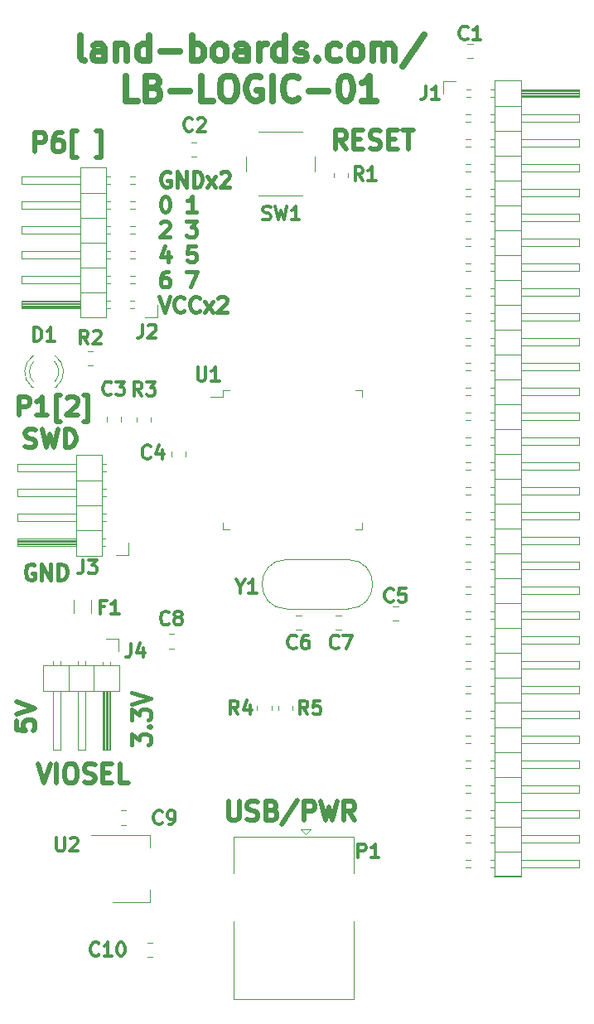
<source format=gto>
G04 #@! TF.GenerationSoftware,KiCad,Pcbnew,(6.0.1)*
G04 #@! TF.CreationDate,2022-09-17T15:02:50-04:00*
G04 #@! TF.ProjectId,LB-Logic-01,4c422d4c-6f67-4696-932d-30312e6b6963,1*
G04 #@! TF.SameCoordinates,Original*
G04 #@! TF.FileFunction,Legend,Top*
G04 #@! TF.FilePolarity,Positive*
%FSLAX46Y46*%
G04 Gerber Fmt 4.6, Leading zero omitted, Abs format (unit mm)*
G04 Created by KiCad (PCBNEW (6.0.1)) date 2022-09-17 15:02:50*
%MOMM*%
%LPD*%
G01*
G04 APERTURE LIST*
%ADD10C,0.476250*%
%ADD11C,0.635000*%
%ADD12C,0.396875*%
%ADD13C,0.444500*%
%ADD14C,0.349250*%
%ADD15C,0.120000*%
%ADD16C,0.150000*%
G04 APERTURE END LIST*
D10*
X133355442Y-90737871D02*
X133627585Y-90828585D01*
X134081157Y-90828585D01*
X134262585Y-90737871D01*
X134353300Y-90647157D01*
X134444014Y-90465728D01*
X134444014Y-90284300D01*
X134353300Y-90102871D01*
X134262585Y-90012157D01*
X134081157Y-89921442D01*
X133718300Y-89830728D01*
X133536871Y-89740014D01*
X133446157Y-89649300D01*
X133355442Y-89467871D01*
X133355442Y-89286442D01*
X133446157Y-89105014D01*
X133536871Y-89014300D01*
X133718300Y-88923585D01*
X134171871Y-88923585D01*
X134444014Y-89014300D01*
X135079014Y-88923585D02*
X135532585Y-90828585D01*
X135895442Y-89467871D01*
X136258300Y-90828585D01*
X136711871Y-88923585D01*
X137437585Y-90828585D02*
X137437585Y-88923585D01*
X137891157Y-88923585D01*
X138163300Y-89014300D01*
X138344728Y-89195728D01*
X138435442Y-89377157D01*
X138526157Y-89740014D01*
X138526157Y-90012157D01*
X138435442Y-90375014D01*
X138344728Y-90556442D01*
X138163300Y-90737871D01*
X137891157Y-90828585D01*
X137437585Y-90828585D01*
X134367133Y-60551785D02*
X134367133Y-58646785D01*
X135092848Y-58646785D01*
X135274276Y-58737500D01*
X135364991Y-58828214D01*
X135455705Y-59009642D01*
X135455705Y-59281785D01*
X135364991Y-59463214D01*
X135274276Y-59553928D01*
X135092848Y-59644642D01*
X134367133Y-59644642D01*
X137088562Y-58646785D02*
X136725705Y-58646785D01*
X136544276Y-58737500D01*
X136453562Y-58828214D01*
X136272133Y-59100357D01*
X136181419Y-59463214D01*
X136181419Y-60188928D01*
X136272133Y-60370357D01*
X136362848Y-60461071D01*
X136544276Y-60551785D01*
X136907133Y-60551785D01*
X137088562Y-60461071D01*
X137179276Y-60370357D01*
X137269991Y-60188928D01*
X137269991Y-59735357D01*
X137179276Y-59553928D01*
X137088562Y-59463214D01*
X136907133Y-59372500D01*
X136544276Y-59372500D01*
X136362848Y-59463214D01*
X136272133Y-59553928D01*
X136181419Y-59735357D01*
X138630705Y-61186785D02*
X138177133Y-61186785D01*
X138177133Y-58465357D01*
X138630705Y-58465357D01*
X140626419Y-61186785D02*
X141079991Y-61186785D01*
X141079991Y-58465357D01*
X140626419Y-58465357D01*
X154132642Y-126972785D02*
X154132642Y-128514928D01*
X154223357Y-128696357D01*
X154314071Y-128787071D01*
X154495500Y-128877785D01*
X154858357Y-128877785D01*
X155039785Y-128787071D01*
X155130500Y-128696357D01*
X155221214Y-128514928D01*
X155221214Y-126972785D01*
X156037642Y-128787071D02*
X156309785Y-128877785D01*
X156763357Y-128877785D01*
X156944785Y-128787071D01*
X157035500Y-128696357D01*
X157126214Y-128514928D01*
X157126214Y-128333500D01*
X157035500Y-128152071D01*
X156944785Y-128061357D01*
X156763357Y-127970642D01*
X156400500Y-127879928D01*
X156219071Y-127789214D01*
X156128357Y-127698500D01*
X156037642Y-127517071D01*
X156037642Y-127335642D01*
X156128357Y-127154214D01*
X156219071Y-127063500D01*
X156400500Y-126972785D01*
X156854071Y-126972785D01*
X157126214Y-127063500D01*
X158577642Y-127879928D02*
X158849785Y-127970642D01*
X158940500Y-128061357D01*
X159031214Y-128242785D01*
X159031214Y-128514928D01*
X158940500Y-128696357D01*
X158849785Y-128787071D01*
X158668357Y-128877785D01*
X157942642Y-128877785D01*
X157942642Y-126972785D01*
X158577642Y-126972785D01*
X158759071Y-127063500D01*
X158849785Y-127154214D01*
X158940500Y-127335642D01*
X158940500Y-127517071D01*
X158849785Y-127698500D01*
X158759071Y-127789214D01*
X158577642Y-127879928D01*
X157942642Y-127879928D01*
X161208357Y-126882071D02*
X159575500Y-129331357D01*
X161843357Y-128877785D02*
X161843357Y-126972785D01*
X162569071Y-126972785D01*
X162750500Y-127063500D01*
X162841214Y-127154214D01*
X162931928Y-127335642D01*
X162931928Y-127607785D01*
X162841214Y-127789214D01*
X162750500Y-127879928D01*
X162569071Y-127970642D01*
X161843357Y-127970642D01*
X163566928Y-126972785D02*
X164020500Y-128877785D01*
X164383357Y-127517071D01*
X164746214Y-128877785D01*
X165199785Y-126972785D01*
X167014071Y-128877785D02*
X166379071Y-127970642D01*
X165925500Y-128877785D02*
X165925500Y-126972785D01*
X166651214Y-126972785D01*
X166832642Y-127063500D01*
X166923357Y-127154214D01*
X167014071Y-127335642D01*
X167014071Y-127607785D01*
X166923357Y-127789214D01*
X166832642Y-127879928D01*
X166651214Y-127970642D01*
X165925500Y-127970642D01*
X166138905Y-60297785D02*
X165503905Y-59390642D01*
X165050333Y-60297785D02*
X165050333Y-58392785D01*
X165776048Y-58392785D01*
X165957476Y-58483500D01*
X166048191Y-58574214D01*
X166138905Y-58755642D01*
X166138905Y-59027785D01*
X166048191Y-59209214D01*
X165957476Y-59299928D01*
X165776048Y-59390642D01*
X165050333Y-59390642D01*
X166955333Y-59299928D02*
X167590333Y-59299928D01*
X167862476Y-60297785D02*
X166955333Y-60297785D01*
X166955333Y-58392785D01*
X167862476Y-58392785D01*
X168588191Y-60207071D02*
X168860333Y-60297785D01*
X169313905Y-60297785D01*
X169495333Y-60207071D01*
X169586048Y-60116357D01*
X169676762Y-59934928D01*
X169676762Y-59753500D01*
X169586048Y-59572071D01*
X169495333Y-59481357D01*
X169313905Y-59390642D01*
X168951048Y-59299928D01*
X168769619Y-59209214D01*
X168678905Y-59118500D01*
X168588191Y-58937071D01*
X168588191Y-58755642D01*
X168678905Y-58574214D01*
X168769619Y-58483500D01*
X168951048Y-58392785D01*
X169404619Y-58392785D01*
X169676762Y-58483500D01*
X170493191Y-59299928D02*
X171128191Y-59299928D01*
X171400333Y-60297785D02*
X170493191Y-60297785D01*
X170493191Y-58392785D01*
X171400333Y-58392785D01*
X171944619Y-58392785D02*
X173033191Y-58392785D01*
X172488905Y-60297785D02*
X172488905Y-58392785D01*
X132459185Y-118726857D02*
X132459185Y-119634000D01*
X133366328Y-119724714D01*
X133275614Y-119634000D01*
X133184900Y-119452571D01*
X133184900Y-118999000D01*
X133275614Y-118817571D01*
X133366328Y-118726857D01*
X133547757Y-118636142D01*
X134001328Y-118636142D01*
X134182757Y-118726857D01*
X134273471Y-118817571D01*
X134364185Y-118999000D01*
X134364185Y-119452571D01*
X134273471Y-119634000D01*
X134182757Y-119724714D01*
X132459185Y-118091857D02*
X134364185Y-117456857D01*
X132459185Y-116821857D01*
D11*
X139368590Y-51275947D02*
X139126685Y-51154995D01*
X139005733Y-50913090D01*
X139005733Y-48735947D01*
X141424780Y-51275947D02*
X141424780Y-49945471D01*
X141303828Y-49703566D01*
X141061923Y-49582614D01*
X140578114Y-49582614D01*
X140336209Y-49703566D01*
X141424780Y-51154995D02*
X141182876Y-51275947D01*
X140578114Y-51275947D01*
X140336209Y-51154995D01*
X140215257Y-50913090D01*
X140215257Y-50671185D01*
X140336209Y-50429280D01*
X140578114Y-50308328D01*
X141182876Y-50308328D01*
X141424780Y-50187376D01*
X142634304Y-49582614D02*
X142634304Y-51275947D01*
X142634304Y-49824519D02*
X142755257Y-49703566D01*
X142997161Y-49582614D01*
X143360019Y-49582614D01*
X143601923Y-49703566D01*
X143722876Y-49945471D01*
X143722876Y-51275947D01*
X146020971Y-51275947D02*
X146020971Y-48735947D01*
X146020971Y-51154995D02*
X145779066Y-51275947D01*
X145295257Y-51275947D01*
X145053352Y-51154995D01*
X144932400Y-51034042D01*
X144811447Y-50792138D01*
X144811447Y-50066423D01*
X144932400Y-49824519D01*
X145053352Y-49703566D01*
X145295257Y-49582614D01*
X145779066Y-49582614D01*
X146020971Y-49703566D01*
X147230495Y-50308328D02*
X149165733Y-50308328D01*
X150375257Y-51275947D02*
X150375257Y-48735947D01*
X150375257Y-49703566D02*
X150617161Y-49582614D01*
X151100971Y-49582614D01*
X151342876Y-49703566D01*
X151463828Y-49824519D01*
X151584780Y-50066423D01*
X151584780Y-50792138D01*
X151463828Y-51034042D01*
X151342876Y-51154995D01*
X151100971Y-51275947D01*
X150617161Y-51275947D01*
X150375257Y-51154995D01*
X153036209Y-51275947D02*
X152794304Y-51154995D01*
X152673352Y-51034042D01*
X152552400Y-50792138D01*
X152552400Y-50066423D01*
X152673352Y-49824519D01*
X152794304Y-49703566D01*
X153036209Y-49582614D01*
X153399066Y-49582614D01*
X153640971Y-49703566D01*
X153761923Y-49824519D01*
X153882876Y-50066423D01*
X153882876Y-50792138D01*
X153761923Y-51034042D01*
X153640971Y-51154995D01*
X153399066Y-51275947D01*
X153036209Y-51275947D01*
X156060019Y-51275947D02*
X156060019Y-49945471D01*
X155939066Y-49703566D01*
X155697161Y-49582614D01*
X155213352Y-49582614D01*
X154971447Y-49703566D01*
X156060019Y-51154995D02*
X155818114Y-51275947D01*
X155213352Y-51275947D01*
X154971447Y-51154995D01*
X154850495Y-50913090D01*
X154850495Y-50671185D01*
X154971447Y-50429280D01*
X155213352Y-50308328D01*
X155818114Y-50308328D01*
X156060019Y-50187376D01*
X157269542Y-51275947D02*
X157269542Y-49582614D01*
X157269542Y-50066423D02*
X157390495Y-49824519D01*
X157511447Y-49703566D01*
X157753352Y-49582614D01*
X157995257Y-49582614D01*
X159930495Y-51275947D02*
X159930495Y-48735947D01*
X159930495Y-51154995D02*
X159688590Y-51275947D01*
X159204780Y-51275947D01*
X158962876Y-51154995D01*
X158841923Y-51034042D01*
X158720971Y-50792138D01*
X158720971Y-50066423D01*
X158841923Y-49824519D01*
X158962876Y-49703566D01*
X159204780Y-49582614D01*
X159688590Y-49582614D01*
X159930495Y-49703566D01*
X161019066Y-51154995D02*
X161260971Y-51275947D01*
X161744780Y-51275947D01*
X161986685Y-51154995D01*
X162107638Y-50913090D01*
X162107638Y-50792138D01*
X161986685Y-50550233D01*
X161744780Y-50429280D01*
X161381923Y-50429280D01*
X161140019Y-50308328D01*
X161019066Y-50066423D01*
X161019066Y-49945471D01*
X161140019Y-49703566D01*
X161381923Y-49582614D01*
X161744780Y-49582614D01*
X161986685Y-49703566D01*
X163196209Y-51034042D02*
X163317161Y-51154995D01*
X163196209Y-51275947D01*
X163075257Y-51154995D01*
X163196209Y-51034042D01*
X163196209Y-51275947D01*
X165494304Y-51154995D02*
X165252400Y-51275947D01*
X164768590Y-51275947D01*
X164526685Y-51154995D01*
X164405733Y-51034042D01*
X164284780Y-50792138D01*
X164284780Y-50066423D01*
X164405733Y-49824519D01*
X164526685Y-49703566D01*
X164768590Y-49582614D01*
X165252400Y-49582614D01*
X165494304Y-49703566D01*
X166945733Y-51275947D02*
X166703828Y-51154995D01*
X166582876Y-51034042D01*
X166461923Y-50792138D01*
X166461923Y-50066423D01*
X166582876Y-49824519D01*
X166703828Y-49703566D01*
X166945733Y-49582614D01*
X167308590Y-49582614D01*
X167550495Y-49703566D01*
X167671447Y-49824519D01*
X167792400Y-50066423D01*
X167792400Y-50792138D01*
X167671447Y-51034042D01*
X167550495Y-51154995D01*
X167308590Y-51275947D01*
X166945733Y-51275947D01*
X168880971Y-51275947D02*
X168880971Y-49582614D01*
X168880971Y-49824519D02*
X169001923Y-49703566D01*
X169243828Y-49582614D01*
X169606685Y-49582614D01*
X169848590Y-49703566D01*
X169969542Y-49945471D01*
X169969542Y-51275947D01*
X169969542Y-49945471D02*
X170090495Y-49703566D01*
X170332400Y-49582614D01*
X170695257Y-49582614D01*
X170937161Y-49703566D01*
X171058114Y-49945471D01*
X171058114Y-51275947D01*
X174081923Y-48614995D02*
X171904780Y-51880709D01*
X144811447Y-55365347D02*
X143601923Y-55365347D01*
X143601923Y-52825347D01*
X146504780Y-54034871D02*
X146867638Y-54155823D01*
X146988590Y-54276776D01*
X147109542Y-54518680D01*
X147109542Y-54881538D01*
X146988590Y-55123442D01*
X146867638Y-55244395D01*
X146625733Y-55365347D01*
X145658114Y-55365347D01*
X145658114Y-52825347D01*
X146504780Y-52825347D01*
X146746685Y-52946300D01*
X146867638Y-53067252D01*
X146988590Y-53309157D01*
X146988590Y-53551061D01*
X146867638Y-53792966D01*
X146746685Y-53913919D01*
X146504780Y-54034871D01*
X145658114Y-54034871D01*
X148198114Y-54397728D02*
X150133352Y-54397728D01*
X152552400Y-55365347D02*
X151342876Y-55365347D01*
X151342876Y-52825347D01*
X153882876Y-52825347D02*
X154366685Y-52825347D01*
X154608590Y-52946300D01*
X154850495Y-53188204D01*
X154971447Y-53672014D01*
X154971447Y-54518680D01*
X154850495Y-55002490D01*
X154608590Y-55244395D01*
X154366685Y-55365347D01*
X153882876Y-55365347D01*
X153640971Y-55244395D01*
X153399066Y-55002490D01*
X153278114Y-54518680D01*
X153278114Y-53672014D01*
X153399066Y-53188204D01*
X153640971Y-52946300D01*
X153882876Y-52825347D01*
X157390495Y-52946300D02*
X157148590Y-52825347D01*
X156785733Y-52825347D01*
X156422876Y-52946300D01*
X156180971Y-53188204D01*
X156060019Y-53430109D01*
X155939066Y-53913919D01*
X155939066Y-54276776D01*
X156060019Y-54760585D01*
X156180971Y-55002490D01*
X156422876Y-55244395D01*
X156785733Y-55365347D01*
X157027638Y-55365347D01*
X157390495Y-55244395D01*
X157511447Y-55123442D01*
X157511447Y-54276776D01*
X157027638Y-54276776D01*
X158600019Y-55365347D02*
X158600019Y-52825347D01*
X161260971Y-55123442D02*
X161140019Y-55244395D01*
X160777161Y-55365347D01*
X160535257Y-55365347D01*
X160172400Y-55244395D01*
X159930495Y-55002490D01*
X159809542Y-54760585D01*
X159688590Y-54276776D01*
X159688590Y-53913919D01*
X159809542Y-53430109D01*
X159930495Y-53188204D01*
X160172400Y-52946300D01*
X160535257Y-52825347D01*
X160777161Y-52825347D01*
X161140019Y-52946300D01*
X161260971Y-53067252D01*
X162349542Y-54397728D02*
X164284780Y-54397728D01*
X165978114Y-52825347D02*
X166220019Y-52825347D01*
X166461923Y-52946300D01*
X166582876Y-53067252D01*
X166703828Y-53309157D01*
X166824780Y-53792966D01*
X166824780Y-54397728D01*
X166703828Y-54881538D01*
X166582876Y-55123442D01*
X166461923Y-55244395D01*
X166220019Y-55365347D01*
X165978114Y-55365347D01*
X165736209Y-55244395D01*
X165615257Y-55123442D01*
X165494304Y-54881538D01*
X165373352Y-54397728D01*
X165373352Y-53792966D01*
X165494304Y-53309157D01*
X165615257Y-53067252D01*
X165736209Y-52946300D01*
X165978114Y-52825347D01*
X169243828Y-55365347D02*
X167792400Y-55365347D01*
X168518114Y-55365347D02*
X168518114Y-52825347D01*
X168276209Y-53188204D01*
X168034304Y-53430109D01*
X167792400Y-53551061D01*
D12*
X134274076Y-102787450D02*
X134122885Y-102711854D01*
X133896100Y-102711854D01*
X133669314Y-102787450D01*
X133518123Y-102938640D01*
X133442528Y-103089830D01*
X133366933Y-103392211D01*
X133366933Y-103618997D01*
X133442528Y-103921378D01*
X133518123Y-104072569D01*
X133669314Y-104223759D01*
X133896100Y-104299354D01*
X134047290Y-104299354D01*
X134274076Y-104223759D01*
X134349671Y-104148164D01*
X134349671Y-103618997D01*
X134047290Y-103618997D01*
X135030028Y-104299354D02*
X135030028Y-102711854D01*
X135937171Y-104299354D01*
X135937171Y-102711854D01*
X136693123Y-104299354D02*
X136693123Y-102711854D01*
X137071100Y-102711854D01*
X137297885Y-102787450D01*
X137449076Y-102938640D01*
X137524671Y-103089830D01*
X137600266Y-103392211D01*
X137600266Y-103618997D01*
X137524671Y-103921378D01*
X137449076Y-104072569D01*
X137297885Y-104223759D01*
X137071100Y-104299354D01*
X136693123Y-104299354D01*
D13*
X144244785Y-121191866D02*
X144244785Y-120091200D01*
X144970500Y-120683866D01*
X144970500Y-120429866D01*
X145061214Y-120260533D01*
X145151928Y-120175866D01*
X145333357Y-120091200D01*
X145786928Y-120091200D01*
X145968357Y-120175866D01*
X146059071Y-120260533D01*
X146149785Y-120429866D01*
X146149785Y-120937866D01*
X146059071Y-121107200D01*
X145968357Y-121191866D01*
X145968357Y-119329200D02*
X146059071Y-119244533D01*
X146149785Y-119329200D01*
X146059071Y-119413866D01*
X145968357Y-119329200D01*
X146149785Y-119329200D01*
X144244785Y-118651866D02*
X144244785Y-117551200D01*
X144970500Y-118143866D01*
X144970500Y-117889866D01*
X145061214Y-117720533D01*
X145151928Y-117635866D01*
X145333357Y-117551200D01*
X145786928Y-117551200D01*
X145968357Y-117635866D01*
X146059071Y-117720533D01*
X146149785Y-117889866D01*
X146149785Y-118397866D01*
X146059071Y-118567200D01*
X145968357Y-118651866D01*
X144244785Y-117043200D02*
X146149785Y-116450533D01*
X144244785Y-115857866D01*
D10*
X134667171Y-123162785D02*
X135302171Y-125067785D01*
X135937171Y-123162785D01*
X136572171Y-125067785D02*
X136572171Y-123162785D01*
X137842171Y-123162785D02*
X138205028Y-123162785D01*
X138386457Y-123253500D01*
X138567885Y-123434928D01*
X138658600Y-123797785D01*
X138658600Y-124432785D01*
X138567885Y-124795642D01*
X138386457Y-124977071D01*
X138205028Y-125067785D01*
X137842171Y-125067785D01*
X137660742Y-124977071D01*
X137479314Y-124795642D01*
X137388600Y-124432785D01*
X137388600Y-123797785D01*
X137479314Y-123434928D01*
X137660742Y-123253500D01*
X137842171Y-123162785D01*
X139384314Y-124977071D02*
X139656457Y-125067785D01*
X140110028Y-125067785D01*
X140291457Y-124977071D01*
X140382171Y-124886357D01*
X140472885Y-124704928D01*
X140472885Y-124523500D01*
X140382171Y-124342071D01*
X140291457Y-124251357D01*
X140110028Y-124160642D01*
X139747171Y-124069928D01*
X139565742Y-123979214D01*
X139475028Y-123888500D01*
X139384314Y-123707071D01*
X139384314Y-123525642D01*
X139475028Y-123344214D01*
X139565742Y-123253500D01*
X139747171Y-123162785D01*
X140200742Y-123162785D01*
X140472885Y-123253500D01*
X141289314Y-124069928D02*
X141924314Y-124069928D01*
X142196457Y-125067785D02*
X141289314Y-125067785D01*
X141289314Y-123162785D01*
X142196457Y-123162785D01*
X143920028Y-125067785D02*
X143012885Y-125067785D01*
X143012885Y-123162785D01*
D12*
X148127092Y-62666563D02*
X147975902Y-62590967D01*
X147749116Y-62590967D01*
X147522330Y-62666563D01*
X147371140Y-62817753D01*
X147295544Y-62968943D01*
X147219949Y-63271324D01*
X147219949Y-63498110D01*
X147295544Y-63800491D01*
X147371140Y-63951682D01*
X147522330Y-64102872D01*
X147749116Y-64178467D01*
X147900306Y-64178467D01*
X148127092Y-64102872D01*
X148202687Y-64027277D01*
X148202687Y-63498110D01*
X147900306Y-63498110D01*
X148883044Y-64178467D02*
X148883044Y-62590967D01*
X149790187Y-64178467D01*
X149790187Y-62590967D01*
X150546140Y-64178467D02*
X150546140Y-62590967D01*
X150924116Y-62590967D01*
X151150902Y-62666563D01*
X151302092Y-62817753D01*
X151377687Y-62968943D01*
X151453283Y-63271324D01*
X151453283Y-63498110D01*
X151377687Y-63800491D01*
X151302092Y-63951682D01*
X151150902Y-64102872D01*
X150924116Y-64178467D01*
X150546140Y-64178467D01*
X151982449Y-64178467D02*
X152813997Y-63120134D01*
X151982449Y-63120134D02*
X152813997Y-64178467D01*
X153343163Y-62742158D02*
X153418759Y-62666563D01*
X153569949Y-62590967D01*
X153947925Y-62590967D01*
X154099116Y-62666563D01*
X154174711Y-62742158D01*
X154250306Y-62893348D01*
X154250306Y-63044539D01*
X154174711Y-63271324D01*
X153267568Y-64178467D01*
X154250306Y-64178467D01*
X147597925Y-65146842D02*
X147749116Y-65146842D01*
X147900306Y-65222438D01*
X147975902Y-65298033D01*
X148051497Y-65449223D01*
X148127092Y-65751604D01*
X148127092Y-66129580D01*
X148051497Y-66431961D01*
X147975902Y-66583152D01*
X147900306Y-66658747D01*
X147749116Y-66734342D01*
X147597925Y-66734342D01*
X147446735Y-66658747D01*
X147371140Y-66583152D01*
X147295544Y-66431961D01*
X147219949Y-66129580D01*
X147219949Y-65751604D01*
X147295544Y-65449223D01*
X147371140Y-65298033D01*
X147446735Y-65222438D01*
X147597925Y-65146842D01*
X150848521Y-66734342D02*
X149941378Y-66734342D01*
X150394949Y-66734342D02*
X150394949Y-65146842D01*
X150243759Y-65373628D01*
X150092568Y-65524818D01*
X149941378Y-65600414D01*
X147219949Y-67853908D02*
X147295544Y-67778313D01*
X147446735Y-67702717D01*
X147824711Y-67702717D01*
X147975902Y-67778313D01*
X148051497Y-67853908D01*
X148127092Y-68005098D01*
X148127092Y-68156289D01*
X148051497Y-68383074D01*
X147144354Y-69290217D01*
X148127092Y-69290217D01*
X149865783Y-67702717D02*
X150848521Y-67702717D01*
X150319354Y-68307479D01*
X150546140Y-68307479D01*
X150697330Y-68383074D01*
X150772925Y-68458670D01*
X150848521Y-68609860D01*
X150848521Y-68987836D01*
X150772925Y-69139027D01*
X150697330Y-69214622D01*
X150546140Y-69290217D01*
X150092568Y-69290217D01*
X149941378Y-69214622D01*
X149865783Y-69139027D01*
X147975902Y-70787759D02*
X147975902Y-71846092D01*
X147597925Y-70182997D02*
X147219949Y-71316926D01*
X148202687Y-71316926D01*
X150772925Y-70258592D02*
X150016973Y-70258592D01*
X149941378Y-71014545D01*
X150016973Y-70938949D01*
X150168163Y-70863354D01*
X150546140Y-70863354D01*
X150697330Y-70938949D01*
X150772925Y-71014545D01*
X150848521Y-71165735D01*
X150848521Y-71543711D01*
X150772925Y-71694902D01*
X150697330Y-71770497D01*
X150546140Y-71846092D01*
X150168163Y-71846092D01*
X150016973Y-71770497D01*
X149941378Y-71694902D01*
X147975902Y-72814467D02*
X147673521Y-72814467D01*
X147522330Y-72890063D01*
X147446735Y-72965658D01*
X147295544Y-73192443D01*
X147219949Y-73494824D01*
X147219949Y-74099586D01*
X147295544Y-74250777D01*
X147371140Y-74326372D01*
X147522330Y-74401967D01*
X147824711Y-74401967D01*
X147975902Y-74326372D01*
X148051497Y-74250777D01*
X148127092Y-74099586D01*
X148127092Y-73721610D01*
X148051497Y-73570420D01*
X147975902Y-73494824D01*
X147824711Y-73419229D01*
X147522330Y-73419229D01*
X147371140Y-73494824D01*
X147295544Y-73570420D01*
X147219949Y-73721610D01*
X149865783Y-72814467D02*
X150924116Y-72814467D01*
X150243759Y-74401967D01*
X147068759Y-75370342D02*
X147597925Y-76957842D01*
X148127092Y-75370342D01*
X149563402Y-76806652D02*
X149487806Y-76882247D01*
X149261021Y-76957842D01*
X149109830Y-76957842D01*
X148883044Y-76882247D01*
X148731854Y-76731057D01*
X148656259Y-76579866D01*
X148580663Y-76277485D01*
X148580663Y-76050699D01*
X148656259Y-75748318D01*
X148731854Y-75597128D01*
X148883044Y-75445938D01*
X149109830Y-75370342D01*
X149261021Y-75370342D01*
X149487806Y-75445938D01*
X149563402Y-75521533D01*
X151150902Y-76806652D02*
X151075306Y-76882247D01*
X150848521Y-76957842D01*
X150697330Y-76957842D01*
X150470544Y-76882247D01*
X150319354Y-76731057D01*
X150243759Y-76579866D01*
X150168163Y-76277485D01*
X150168163Y-76050699D01*
X150243759Y-75748318D01*
X150319354Y-75597128D01*
X150470544Y-75445938D01*
X150697330Y-75370342D01*
X150848521Y-75370342D01*
X151075306Y-75445938D01*
X151150902Y-75521533D01*
X151680068Y-76957842D02*
X152511616Y-75899509D01*
X151680068Y-75899509D02*
X152511616Y-76957842D01*
X153040783Y-75521533D02*
X153116378Y-75445938D01*
X153267568Y-75370342D01*
X153645544Y-75370342D01*
X153796735Y-75445938D01*
X153872330Y-75521533D01*
X153947925Y-75672723D01*
X153947925Y-75823914D01*
X153872330Y-76050699D01*
X152965187Y-76957842D01*
X153947925Y-76957842D01*
D10*
X132713185Y-87526585D02*
X132713185Y-85621585D01*
X133438900Y-85621585D01*
X133620328Y-85712300D01*
X133711042Y-85803014D01*
X133801757Y-85984442D01*
X133801757Y-86256585D01*
X133711042Y-86438014D01*
X133620328Y-86528728D01*
X133438900Y-86619442D01*
X132713185Y-86619442D01*
X135616042Y-87526585D02*
X134527471Y-87526585D01*
X135071757Y-87526585D02*
X135071757Y-85621585D01*
X134890328Y-85893728D01*
X134708900Y-86075157D01*
X134527471Y-86165871D01*
X136976757Y-88161585D02*
X136523185Y-88161585D01*
X136523185Y-85440157D01*
X136976757Y-85440157D01*
X137611757Y-85803014D02*
X137702471Y-85712300D01*
X137883900Y-85621585D01*
X138337471Y-85621585D01*
X138518900Y-85712300D01*
X138609614Y-85803014D01*
X138700328Y-85984442D01*
X138700328Y-86165871D01*
X138609614Y-86438014D01*
X137521042Y-87526585D01*
X138700328Y-87526585D01*
X139335328Y-88161585D02*
X139788900Y-88161585D01*
X139788900Y-85440157D01*
X139335328Y-85440157D01*
D14*
X174286333Y-53844976D02*
X174286333Y-54842833D01*
X174219809Y-55042404D01*
X174086761Y-55175452D01*
X173887190Y-55241976D01*
X173754142Y-55241976D01*
X175683333Y-55241976D02*
X174885047Y-55241976D01*
X175284190Y-55241976D02*
X175284190Y-53844976D01*
X175151142Y-54044547D01*
X175018095Y-54177595D01*
X174885047Y-54244119D01*
X150980019Y-82597776D02*
X150980019Y-83728680D01*
X151046542Y-83861728D01*
X151113066Y-83928252D01*
X151246114Y-83994776D01*
X151512209Y-83994776D01*
X151645257Y-83928252D01*
X151711780Y-83861728D01*
X151778304Y-83728680D01*
X151778304Y-82597776D01*
X153175304Y-83994776D02*
X152377019Y-83994776D01*
X152776161Y-83994776D02*
X152776161Y-82597776D01*
X152643114Y-82797347D01*
X152510066Y-82930395D01*
X152377019Y-82996919D01*
X150439966Y-58360128D02*
X150373442Y-58426652D01*
X150173871Y-58493176D01*
X150040823Y-58493176D01*
X149841252Y-58426652D01*
X149708204Y-58293604D01*
X149641680Y-58160557D01*
X149575157Y-57894461D01*
X149575157Y-57694890D01*
X149641680Y-57428795D01*
X149708204Y-57295747D01*
X149841252Y-57162700D01*
X150040823Y-57096176D01*
X150173871Y-57096176D01*
X150373442Y-57162700D01*
X150439966Y-57229223D01*
X150972157Y-57229223D02*
X151038680Y-57162700D01*
X151171728Y-57096176D01*
X151504347Y-57096176D01*
X151637395Y-57162700D01*
X151703919Y-57229223D01*
X151770442Y-57362271D01*
X151770442Y-57495319D01*
X151703919Y-57694890D01*
X150905633Y-58493176D01*
X151770442Y-58493176D01*
X139771966Y-80235576D02*
X139306300Y-79570338D01*
X138973680Y-80235576D02*
X138973680Y-78838576D01*
X139505871Y-78838576D01*
X139638919Y-78905100D01*
X139705442Y-78971623D01*
X139771966Y-79104671D01*
X139771966Y-79304242D01*
X139705442Y-79437290D01*
X139638919Y-79503814D01*
X139505871Y-79570338D01*
X138973680Y-79570338D01*
X140304157Y-78971623D02*
X140370680Y-78905100D01*
X140503728Y-78838576D01*
X140836347Y-78838576D01*
X140969395Y-78905100D01*
X141035919Y-78971623D01*
X141102442Y-79104671D01*
X141102442Y-79237719D01*
X141035919Y-79437290D01*
X140237633Y-80235576D01*
X141102442Y-80235576D01*
X136552819Y-130654576D02*
X136552819Y-131785480D01*
X136619342Y-131918528D01*
X136685866Y-131985052D01*
X136818914Y-132051576D01*
X137085009Y-132051576D01*
X137218057Y-131985052D01*
X137284580Y-131918528D01*
X137351104Y-131785480D01*
X137351104Y-130654576D01*
X137949819Y-130787623D02*
X138016342Y-130721100D01*
X138149390Y-130654576D01*
X138482009Y-130654576D01*
X138615057Y-130721100D01*
X138681580Y-130787623D01*
X138748104Y-130920671D01*
X138748104Y-131053719D01*
X138681580Y-131253290D01*
X137883295Y-132051576D01*
X138748104Y-132051576D01*
X161057166Y-111242928D02*
X160990642Y-111309452D01*
X160791071Y-111375976D01*
X160658023Y-111375976D01*
X160458452Y-111309452D01*
X160325404Y-111176404D01*
X160258880Y-111043357D01*
X160192357Y-110777261D01*
X160192357Y-110577690D01*
X160258880Y-110311595D01*
X160325404Y-110178547D01*
X160458452Y-110045500D01*
X160658023Y-109978976D01*
X160791071Y-109978976D01*
X160990642Y-110045500D01*
X161057166Y-110112023D01*
X162254595Y-109978976D02*
X161988500Y-109978976D01*
X161855452Y-110045500D01*
X161788928Y-110112023D01*
X161655880Y-110311595D01*
X161589357Y-110577690D01*
X161589357Y-111109880D01*
X161655880Y-111242928D01*
X161722404Y-111309452D01*
X161855452Y-111375976D01*
X162121547Y-111375976D01*
X162254595Y-111309452D01*
X162321119Y-111242928D01*
X162387642Y-111109880D01*
X162387642Y-110777261D01*
X162321119Y-110644214D01*
X162254595Y-110577690D01*
X162121547Y-110511166D01*
X161855452Y-110511166D01*
X161722404Y-110577690D01*
X161655880Y-110644214D01*
X161589357Y-110777261D01*
X139265933Y-102298176D02*
X139265933Y-103296033D01*
X139199409Y-103495604D01*
X139066361Y-103628652D01*
X138866790Y-103695176D01*
X138733742Y-103695176D01*
X139798123Y-102298176D02*
X140662933Y-102298176D01*
X140197266Y-102830366D01*
X140396838Y-102830366D01*
X140529885Y-102896890D01*
X140596409Y-102963414D01*
X140662933Y-103096461D01*
X140662933Y-103429080D01*
X140596409Y-103562128D01*
X140529885Y-103628652D01*
X140396838Y-103695176D01*
X139997695Y-103695176D01*
X139864647Y-103628652D01*
X139798123Y-103562128D01*
X147341166Y-129175328D02*
X147274642Y-129241852D01*
X147075071Y-129308376D01*
X146942023Y-129308376D01*
X146742452Y-129241852D01*
X146609404Y-129108804D01*
X146542880Y-128975757D01*
X146476357Y-128709661D01*
X146476357Y-128510090D01*
X146542880Y-128243995D01*
X146609404Y-128110947D01*
X146742452Y-127977900D01*
X146942023Y-127911376D01*
X147075071Y-127911376D01*
X147274642Y-127977900D01*
X147341166Y-128044423D01*
X148006404Y-129308376D02*
X148272500Y-129308376D01*
X148405547Y-129241852D01*
X148472071Y-129175328D01*
X148605119Y-128975757D01*
X148671642Y-128709661D01*
X148671642Y-128177471D01*
X148605119Y-128044423D01*
X148538595Y-127977900D01*
X148405547Y-127911376D01*
X148139452Y-127911376D01*
X148006404Y-127977900D01*
X147939880Y-128044423D01*
X147873357Y-128177471D01*
X147873357Y-128510090D01*
X147939880Y-128643138D01*
X148006404Y-128709661D01*
X148139452Y-128776185D01*
X148405547Y-128776185D01*
X148538595Y-128709661D01*
X148605119Y-128643138D01*
X148671642Y-128510090D01*
X146172766Y-91837328D02*
X146106242Y-91903852D01*
X145906671Y-91970376D01*
X145773623Y-91970376D01*
X145574052Y-91903852D01*
X145441004Y-91770804D01*
X145374480Y-91637757D01*
X145307957Y-91371661D01*
X145307957Y-91172090D01*
X145374480Y-90905995D01*
X145441004Y-90772947D01*
X145574052Y-90639900D01*
X145773623Y-90573376D01*
X145906671Y-90573376D01*
X146106242Y-90639900D01*
X146172766Y-90706423D01*
X147370195Y-91039042D02*
X147370195Y-91970376D01*
X147037576Y-90506852D02*
X146704957Y-91504709D01*
X147569766Y-91504709D01*
X167370880Y-132711976D02*
X167370880Y-131314976D01*
X167903071Y-131314976D01*
X168036119Y-131381500D01*
X168102642Y-131448023D01*
X168169166Y-131581071D01*
X168169166Y-131780642D01*
X168102642Y-131913690D01*
X168036119Y-131980214D01*
X167903071Y-132046738D01*
X167370880Y-132046738D01*
X169499642Y-132711976D02*
X168701357Y-132711976D01*
X169100500Y-132711976D02*
X169100500Y-131314976D01*
X168967452Y-131514547D01*
X168834404Y-131647595D01*
X168701357Y-131714119D01*
X170963166Y-106467728D02*
X170896642Y-106534252D01*
X170697071Y-106600776D01*
X170564023Y-106600776D01*
X170364452Y-106534252D01*
X170231404Y-106401204D01*
X170164880Y-106268157D01*
X170098357Y-106002061D01*
X170098357Y-105802490D01*
X170164880Y-105536395D01*
X170231404Y-105403347D01*
X170364452Y-105270300D01*
X170564023Y-105203776D01*
X170697071Y-105203776D01*
X170896642Y-105270300D01*
X170963166Y-105336823D01*
X172227119Y-105203776D02*
X171561880Y-105203776D01*
X171495357Y-105869014D01*
X171561880Y-105802490D01*
X171694928Y-105735966D01*
X172027547Y-105735966D01*
X172160595Y-105802490D01*
X172227119Y-105869014D01*
X172293642Y-106002061D01*
X172293642Y-106334680D01*
X172227119Y-106467728D01*
X172160595Y-106534252D01*
X172027547Y-106600776D01*
X171694928Y-106600776D01*
X171561880Y-106534252D01*
X171495357Y-106467728D01*
X134249280Y-79930776D02*
X134249280Y-78533776D01*
X134581900Y-78533776D01*
X134781471Y-78600300D01*
X134914519Y-78733347D01*
X134981042Y-78866395D01*
X135047566Y-79132490D01*
X135047566Y-79332061D01*
X134981042Y-79598157D01*
X134914519Y-79731204D01*
X134781471Y-79864252D01*
X134581900Y-79930776D01*
X134249280Y-79930776D01*
X136378042Y-79930776D02*
X135579757Y-79930776D01*
X135978900Y-79930776D02*
X135978900Y-78533776D01*
X135845852Y-78733347D01*
X135712804Y-78866395D01*
X135579757Y-78932919D01*
X144161933Y-110842576D02*
X144161933Y-111840433D01*
X144095409Y-112040004D01*
X143962361Y-112173052D01*
X143762790Y-112239576D01*
X143629742Y-112239576D01*
X145425885Y-111308242D02*
X145425885Y-112239576D01*
X145093266Y-110776052D02*
X144760647Y-111773909D01*
X145625457Y-111773909D01*
X145283766Y-85518776D02*
X144818100Y-84853538D01*
X144485480Y-85518776D02*
X144485480Y-84121776D01*
X145017671Y-84121776D01*
X145150719Y-84188300D01*
X145217242Y-84254823D01*
X145283766Y-84387871D01*
X145283766Y-84587442D01*
X145217242Y-84720490D01*
X145150719Y-84787014D01*
X145017671Y-84853538D01*
X144485480Y-84853538D01*
X145749433Y-84121776D02*
X146614242Y-84121776D01*
X146148576Y-84653966D01*
X146348147Y-84653966D01*
X146481195Y-84720490D01*
X146547719Y-84787014D01*
X146614242Y-84920061D01*
X146614242Y-85252680D01*
X146547719Y-85385728D01*
X146481195Y-85452252D01*
X146348147Y-85518776D01*
X145949004Y-85518776D01*
X145815957Y-85452252D01*
X145749433Y-85385728D01*
X155341561Y-105021138D02*
X155341561Y-105686376D01*
X154875895Y-104289376D02*
X155341561Y-105021138D01*
X155807228Y-104289376D01*
X157004657Y-105686376D02*
X156206371Y-105686376D01*
X156605514Y-105686376D02*
X156605514Y-104289376D01*
X156472466Y-104488947D01*
X156339419Y-104621995D01*
X156206371Y-104688519D01*
X141469533Y-107088214D02*
X141003866Y-107088214D01*
X141003866Y-107819976D02*
X141003866Y-106422976D01*
X141669104Y-106422976D01*
X142933057Y-107819976D02*
X142134771Y-107819976D01*
X142533914Y-107819976D02*
X142533914Y-106422976D01*
X142400866Y-106622547D01*
X142267819Y-106755595D01*
X142134771Y-106822119D01*
X178583166Y-49012928D02*
X178516642Y-49079452D01*
X178317071Y-49145976D01*
X178184023Y-49145976D01*
X177984452Y-49079452D01*
X177851404Y-48946404D01*
X177784880Y-48813357D01*
X177718357Y-48547261D01*
X177718357Y-48347690D01*
X177784880Y-48081595D01*
X177851404Y-47948547D01*
X177984452Y-47815500D01*
X178184023Y-47748976D01*
X178317071Y-47748976D01*
X178516642Y-47815500D01*
X178583166Y-47882023D01*
X179913642Y-49145976D02*
X179115357Y-49145976D01*
X179514500Y-49145976D02*
X179514500Y-47748976D01*
X179381452Y-47948547D01*
X179248404Y-48081595D01*
X179115357Y-48148119D01*
X140884728Y-142637328D02*
X140818204Y-142703852D01*
X140618633Y-142770376D01*
X140485585Y-142770376D01*
X140286014Y-142703852D01*
X140152966Y-142570804D01*
X140086442Y-142437757D01*
X140019919Y-142171661D01*
X140019919Y-141972090D01*
X140086442Y-141705995D01*
X140152966Y-141572947D01*
X140286014Y-141439900D01*
X140485585Y-141373376D01*
X140618633Y-141373376D01*
X140818204Y-141439900D01*
X140884728Y-141506423D01*
X142215204Y-142770376D02*
X141416919Y-142770376D01*
X141816061Y-142770376D02*
X141816061Y-141373376D01*
X141683014Y-141572947D01*
X141549966Y-141705995D01*
X141416919Y-141772519D01*
X143080014Y-141373376D02*
X143213061Y-141373376D01*
X143346109Y-141439900D01*
X143412633Y-141506423D01*
X143479157Y-141639471D01*
X143545680Y-141905566D01*
X143545680Y-142238185D01*
X143479157Y-142504280D01*
X143412633Y-142637328D01*
X143346109Y-142703852D01*
X143213061Y-142770376D01*
X143080014Y-142770376D01*
X142946966Y-142703852D01*
X142880442Y-142637328D01*
X142813919Y-142504280D01*
X142747395Y-142238185D01*
X142747395Y-141905566D01*
X142813919Y-141639471D01*
X142880442Y-141506423D01*
X142946966Y-141439900D01*
X143080014Y-141373376D01*
X142159566Y-85334928D02*
X142093042Y-85401452D01*
X141893471Y-85467976D01*
X141760423Y-85467976D01*
X141560852Y-85401452D01*
X141427804Y-85268404D01*
X141361280Y-85135357D01*
X141294757Y-84869261D01*
X141294757Y-84669690D01*
X141361280Y-84403595D01*
X141427804Y-84270547D01*
X141560852Y-84137500D01*
X141760423Y-84070976D01*
X141893471Y-84070976D01*
X142093042Y-84137500D01*
X142159566Y-84204023D01*
X142625233Y-84070976D02*
X143490042Y-84070976D01*
X143024376Y-84603166D01*
X143223947Y-84603166D01*
X143356995Y-84669690D01*
X143423519Y-84736214D01*
X143490042Y-84869261D01*
X143490042Y-85201880D01*
X143423519Y-85334928D01*
X143356995Y-85401452D01*
X143223947Y-85467976D01*
X142824804Y-85467976D01*
X142691757Y-85401452D01*
X142625233Y-85334928D01*
X157649333Y-67469052D02*
X157848904Y-67535576D01*
X158181523Y-67535576D01*
X158314571Y-67469052D01*
X158381095Y-67402528D01*
X158447619Y-67269480D01*
X158447619Y-67136433D01*
X158381095Y-67003385D01*
X158314571Y-66936861D01*
X158181523Y-66870338D01*
X157915428Y-66803814D01*
X157782380Y-66737290D01*
X157715857Y-66670766D01*
X157649333Y-66537719D01*
X157649333Y-66404671D01*
X157715857Y-66271623D01*
X157782380Y-66205100D01*
X157915428Y-66138576D01*
X158248047Y-66138576D01*
X158447619Y-66205100D01*
X158913285Y-66138576D02*
X159245904Y-67535576D01*
X159512000Y-66537719D01*
X159778095Y-67535576D01*
X160110714Y-66138576D01*
X161374666Y-67535576D02*
X160576380Y-67535576D01*
X160975523Y-67535576D02*
X160975523Y-66138576D01*
X160842476Y-66338147D01*
X160709428Y-66471195D01*
X160576380Y-66537719D01*
X155113566Y-118081576D02*
X154647900Y-117416338D01*
X154315280Y-118081576D02*
X154315280Y-116684576D01*
X154847471Y-116684576D01*
X154980519Y-116751100D01*
X155047042Y-116817623D01*
X155113566Y-116950671D01*
X155113566Y-117150242D01*
X155047042Y-117283290D01*
X154980519Y-117349814D01*
X154847471Y-117416338D01*
X154315280Y-117416338D01*
X156310995Y-117150242D02*
X156310995Y-118081576D01*
X155978376Y-116618052D02*
X155645757Y-117615909D01*
X156510566Y-117615909D01*
X167864366Y-63522376D02*
X167398700Y-62857138D01*
X167066080Y-63522376D02*
X167066080Y-62125376D01*
X167598271Y-62125376D01*
X167731319Y-62191900D01*
X167797842Y-62258423D01*
X167864366Y-62391471D01*
X167864366Y-62591042D01*
X167797842Y-62724090D01*
X167731319Y-62790614D01*
X167598271Y-62857138D01*
X167066080Y-62857138D01*
X169194842Y-63522376D02*
X168396557Y-63522376D01*
X168795700Y-63522376D02*
X168795700Y-62125376D01*
X168662652Y-62324947D01*
X168529604Y-62457995D01*
X168396557Y-62524519D01*
X165382418Y-111242928D02*
X165315894Y-111309452D01*
X165116323Y-111375976D01*
X164983275Y-111375976D01*
X164783704Y-111309452D01*
X164650656Y-111176404D01*
X164584132Y-111043357D01*
X164517609Y-110777261D01*
X164517609Y-110577690D01*
X164584132Y-110311595D01*
X164650656Y-110178547D01*
X164783704Y-110045500D01*
X164983275Y-109978976D01*
X165116323Y-109978976D01*
X165315894Y-110045500D01*
X165382418Y-110112023D01*
X165848085Y-109978976D02*
X166779418Y-109978976D01*
X166180704Y-111375976D01*
X148052366Y-108804528D02*
X147985842Y-108871052D01*
X147786271Y-108937576D01*
X147653223Y-108937576D01*
X147453652Y-108871052D01*
X147320604Y-108738004D01*
X147254080Y-108604957D01*
X147187557Y-108338861D01*
X147187557Y-108139290D01*
X147254080Y-107873195D01*
X147320604Y-107740147D01*
X147453652Y-107607100D01*
X147653223Y-107540576D01*
X147786271Y-107540576D01*
X147985842Y-107607100D01*
X148052366Y-107673623D01*
X148850652Y-108139290D02*
X148717604Y-108072766D01*
X148651080Y-108006242D01*
X148584557Y-107873195D01*
X148584557Y-107806671D01*
X148651080Y-107673623D01*
X148717604Y-107607100D01*
X148850652Y-107540576D01*
X149116747Y-107540576D01*
X149249795Y-107607100D01*
X149316319Y-107673623D01*
X149382842Y-107806671D01*
X149382842Y-107873195D01*
X149316319Y-108006242D01*
X149249795Y-108072766D01*
X149116747Y-108139290D01*
X148850652Y-108139290D01*
X148717604Y-108205814D01*
X148651080Y-108272338D01*
X148584557Y-108405385D01*
X148584557Y-108671480D01*
X148651080Y-108804528D01*
X148717604Y-108871052D01*
X148850652Y-108937576D01*
X149116747Y-108937576D01*
X149249795Y-108871052D01*
X149316319Y-108804528D01*
X149382842Y-108671480D01*
X149382842Y-108405385D01*
X149316319Y-108272338D01*
X149249795Y-108205814D01*
X149116747Y-108139290D01*
X145330333Y-78228976D02*
X145330333Y-79226833D01*
X145263809Y-79426404D01*
X145130761Y-79559452D01*
X144931190Y-79625976D01*
X144798142Y-79625976D01*
X145929047Y-78362023D02*
X145995571Y-78295500D01*
X146128619Y-78228976D01*
X146461238Y-78228976D01*
X146594285Y-78295500D01*
X146660809Y-78362023D01*
X146727333Y-78495071D01*
X146727333Y-78628119D01*
X146660809Y-78827690D01*
X145862523Y-79625976D01*
X146727333Y-79625976D01*
X162225566Y-118081576D02*
X161759900Y-117416338D01*
X161427280Y-118081576D02*
X161427280Y-116684576D01*
X161959471Y-116684576D01*
X162092519Y-116751100D01*
X162159042Y-116817623D01*
X162225566Y-116950671D01*
X162225566Y-117150242D01*
X162159042Y-117283290D01*
X162092519Y-117349814D01*
X161959471Y-117416338D01*
X161427280Y-117416338D01*
X163489519Y-116684576D02*
X162824280Y-116684576D01*
X162757757Y-117349814D01*
X162824280Y-117283290D01*
X162957328Y-117216766D01*
X163289947Y-117216766D01*
X163422995Y-117283290D01*
X163489519Y-117349814D01*
X163556042Y-117482861D01*
X163556042Y-117815480D01*
X163489519Y-117948528D01*
X163422995Y-118015052D01*
X163289947Y-118081576D01*
X162957328Y-118081576D01*
X162824280Y-118015052D01*
X162757757Y-117948528D01*
D15*
X189990000Y-90555000D02*
X183990000Y-90555000D01*
X183990000Y-59315000D02*
X189990000Y-59315000D01*
X181330000Y-66045000D02*
X183990000Y-66045000D01*
X180932929Y-75315000D02*
X181330000Y-75315000D01*
X178392929Y-72775000D02*
X178847071Y-72775000D01*
X178392929Y-93095000D02*
X178847071Y-93095000D01*
X189990000Y-67695000D02*
X183990000Y-67695000D01*
X189990000Y-84715000D02*
X189990000Y-85475000D01*
X178392929Y-98175000D02*
X178847071Y-98175000D01*
X178392929Y-67695000D02*
X178847071Y-67695000D01*
X178392929Y-107575000D02*
X178847071Y-107575000D01*
X178392929Y-57535000D02*
X178847071Y-57535000D01*
X178392929Y-70235000D02*
X178847071Y-70235000D01*
X181330000Y-53285000D02*
X181330000Y-134625000D01*
X189990000Y-131195000D02*
X183990000Y-131195000D01*
X180932929Y-97415000D02*
X181330000Y-97415000D01*
X180932929Y-105795000D02*
X181330000Y-105795000D01*
X189990000Y-110115000D02*
X189990000Y-110875000D01*
X178392929Y-115195000D02*
X178847071Y-115195000D01*
X180932929Y-99955000D02*
X181330000Y-99955000D01*
X180932929Y-121035000D02*
X181330000Y-121035000D01*
X189990000Y-69475000D02*
X189990000Y-70235000D01*
X180932929Y-74555000D02*
X181330000Y-74555000D01*
X189990000Y-105795000D02*
X183990000Y-105795000D01*
X183990000Y-72015000D02*
X189990000Y-72015000D01*
X178392929Y-82935000D02*
X178847071Y-82935000D01*
X178392929Y-80395000D02*
X178847071Y-80395000D01*
X181330000Y-129545000D02*
X183990000Y-129545000D01*
X181330000Y-96525000D02*
X183990000Y-96525000D01*
X183990000Y-112655000D02*
X189990000Y-112655000D01*
X180932929Y-79635000D02*
X181330000Y-79635000D01*
X183990000Y-54235000D02*
X189990000Y-54235000D01*
X180932929Y-82935000D02*
X181330000Y-82935000D01*
X180932929Y-92335000D02*
X181330000Y-92335000D01*
X178392929Y-62615000D02*
X178847071Y-62615000D01*
X183990000Y-110115000D02*
X189990000Y-110115000D01*
X178392929Y-82175000D02*
X178847071Y-82175000D01*
X189990000Y-82935000D02*
X183990000Y-82935000D01*
X180932929Y-66935000D02*
X181330000Y-66935000D01*
X178392929Y-64395000D02*
X178847071Y-64395000D01*
X181330000Y-99065000D02*
X183990000Y-99065000D01*
X189990000Y-85475000D02*
X183990000Y-85475000D01*
D16*
X181330000Y-134625000D02*
X183990000Y-134625000D01*
D15*
X180932929Y-113415000D02*
X181330000Y-113415000D01*
X178392929Y-105795000D02*
X178847071Y-105795000D01*
X180932929Y-103255000D02*
X181330000Y-103255000D01*
X178392929Y-110115000D02*
X178847071Y-110115000D01*
X181330000Y-116845000D02*
X183990000Y-116845000D01*
X181330000Y-132085000D02*
X183990000Y-132085000D01*
X180932929Y-128655000D02*
X181330000Y-128655000D01*
X180932929Y-87255000D02*
X181330000Y-87255000D01*
X178392929Y-88015000D02*
X178847071Y-88015000D01*
X178392929Y-125355000D02*
X178847071Y-125355000D01*
X181330000Y-81285000D02*
X183990000Y-81285000D01*
X178392929Y-127895000D02*
X178847071Y-127895000D01*
X180932929Y-62615000D02*
X181330000Y-62615000D01*
X178392929Y-132975000D02*
X178847071Y-132975000D01*
X180932929Y-54995000D02*
X181330000Y-54995000D01*
X189990000Y-112655000D02*
X189990000Y-113415000D01*
X180932929Y-127895000D02*
X181330000Y-127895000D01*
X181330000Y-119385000D02*
X183990000Y-119385000D01*
X183990000Y-54535000D02*
X189990000Y-54535000D01*
X189990000Y-123575000D02*
X183990000Y-123575000D01*
X183990000Y-66935000D02*
X189990000Y-66935000D01*
X178392929Y-120275000D02*
X178847071Y-120275000D01*
X189990000Y-128655000D02*
X183990000Y-128655000D01*
X189990000Y-95635000D02*
X183990000Y-95635000D01*
X189990000Y-70235000D02*
X183990000Y-70235000D01*
X181330000Y-101605000D02*
X183990000Y-101605000D01*
X183990000Y-107575000D02*
X189990000Y-107575000D01*
X178460000Y-54995000D02*
X178847071Y-54995000D01*
X180932929Y-123575000D02*
X181330000Y-123575000D01*
X180932929Y-110875000D02*
X181330000Y-110875000D01*
X189990000Y-115955000D02*
X183990000Y-115955000D01*
X181330000Y-55885000D02*
X183990000Y-55885000D01*
X189990000Y-72015000D02*
X189990000Y-72775000D01*
X183990000Y-56775000D02*
X189990000Y-56775000D01*
X189990000Y-92335000D02*
X189990000Y-93095000D01*
X183990000Y-54775000D02*
X189990000Y-54775000D01*
X189990000Y-56775000D02*
X189990000Y-57535000D01*
X181330000Y-78745000D02*
X183990000Y-78745000D01*
X178392929Y-87255000D02*
X178847071Y-87255000D01*
X181330000Y-121925000D02*
X183990000Y-121925000D01*
X183990000Y-61855000D02*
X189990000Y-61855000D01*
X189990000Y-66935000D02*
X189990000Y-67695000D01*
X183990000Y-132975000D02*
X189990000Y-132975000D01*
X183990000Y-54415000D02*
X189990000Y-54415000D01*
X189990000Y-132975000D02*
X189990000Y-133735000D01*
X180932929Y-84715000D02*
X181330000Y-84715000D01*
X178392929Y-94875000D02*
X178847071Y-94875000D01*
X178392929Y-59315000D02*
X178847071Y-59315000D01*
X181330000Y-93985000D02*
X183990000Y-93985000D01*
X180932929Y-115195000D02*
X181330000Y-115195000D01*
X180932929Y-125355000D02*
X181330000Y-125355000D01*
X189990000Y-98175000D02*
X183990000Y-98175000D01*
X189990000Y-121035000D02*
X183990000Y-121035000D01*
X178392929Y-74555000D02*
X178847071Y-74555000D01*
X178392929Y-92335000D02*
X178847071Y-92335000D01*
X183990000Y-92335000D02*
X189990000Y-92335000D01*
X183990000Y-54295000D02*
X189990000Y-54295000D01*
X183990000Y-102495000D02*
X189990000Y-102495000D01*
X178392929Y-84715000D02*
X178847071Y-84715000D01*
X189990000Y-54995000D02*
X183990000Y-54995000D01*
X180932929Y-95635000D02*
X181330000Y-95635000D01*
X180932929Y-118495000D02*
X181330000Y-118495000D01*
X183990000Y-105035000D02*
X189990000Y-105035000D01*
X181330000Y-60965000D02*
X183990000Y-60965000D01*
X178392929Y-118495000D02*
X178847071Y-118495000D01*
X189990000Y-89795000D02*
X189990000Y-90555000D01*
X180932929Y-102495000D02*
X181330000Y-102495000D01*
X189990000Y-54235000D02*
X189990000Y-54995000D01*
X181330000Y-83825000D02*
X183990000Y-83825000D01*
X180932929Y-122815000D02*
X181330000Y-122815000D01*
X181330000Y-71125000D02*
X183990000Y-71125000D01*
X178392929Y-97415000D02*
X178847071Y-97415000D01*
X181330000Y-104145000D02*
X183990000Y-104145000D01*
X183990000Y-77095000D02*
X189990000Y-77095000D01*
X180932929Y-115955000D02*
X181330000Y-115955000D01*
X180932929Y-60075000D02*
X181330000Y-60075000D01*
X178392929Y-99955000D02*
X178847071Y-99955000D01*
X181330000Y-111765000D02*
X183990000Y-111765000D01*
X178392929Y-61855000D02*
X178847071Y-61855000D01*
X180932929Y-90555000D02*
X181330000Y-90555000D01*
X189990000Y-108335000D02*
X183990000Y-108335000D01*
X183990000Y-94875000D02*
X189990000Y-94875000D01*
X189990000Y-88015000D02*
X183990000Y-88015000D01*
X183990000Y-130435000D02*
X189990000Y-130435000D01*
X189990000Y-72775000D02*
X183990000Y-72775000D01*
X189990000Y-130435000D02*
X189990000Y-131195000D01*
X180932929Y-77095000D02*
X181330000Y-77095000D01*
X180932929Y-59315000D02*
X181330000Y-59315000D01*
X189990000Y-113415000D02*
X183990000Y-113415000D01*
X189990000Y-117735000D02*
X189990000Y-118495000D01*
X180932929Y-72775000D02*
X181330000Y-72775000D01*
X180932929Y-65155000D02*
X181330000Y-65155000D01*
X178392929Y-56775000D02*
X178847071Y-56775000D01*
X180932929Y-112655000D02*
X181330000Y-112655000D01*
X189990000Y-115195000D02*
X189990000Y-115955000D01*
X189990000Y-79635000D02*
X189990000Y-80395000D01*
X181330000Y-76205000D02*
X183990000Y-76205000D01*
X189990000Y-77855000D02*
X183990000Y-77855000D01*
X180932929Y-72015000D02*
X181330000Y-72015000D01*
X189990000Y-107575000D02*
X189990000Y-108335000D01*
X189990000Y-125355000D02*
X189990000Y-126115000D01*
X178392929Y-65155000D02*
X178847071Y-65155000D01*
X180932929Y-57535000D02*
X181330000Y-57535000D01*
X178392929Y-69475000D02*
X178847071Y-69475000D01*
X178392929Y-79635000D02*
X178847071Y-79635000D01*
X183990000Y-99955000D02*
X189990000Y-99955000D01*
X178392929Y-72015000D02*
X178847071Y-72015000D01*
X189990000Y-82175000D02*
X189990000Y-82935000D01*
X181330000Y-109225000D02*
X183990000Y-109225000D01*
X183990000Y-125355000D02*
X189990000Y-125355000D01*
X181330000Y-86365000D02*
X183990000Y-86365000D01*
X189990000Y-64395000D02*
X189990000Y-65155000D01*
X183990000Y-117735000D02*
X189990000Y-117735000D01*
X189990000Y-65155000D02*
X183990000Y-65155000D01*
X181330000Y-106685000D02*
X183990000Y-106685000D01*
X178392929Y-110875000D02*
X178847071Y-110875000D01*
X183990000Y-69475000D02*
X189990000Y-69475000D01*
X178392929Y-100715000D02*
X178847071Y-100715000D01*
X181330000Y-68585000D02*
X183990000Y-68585000D01*
X189990000Y-75315000D02*
X183990000Y-75315000D01*
X180932929Y-126115000D02*
X181330000Y-126115000D01*
X178392929Y-77095000D02*
X178847071Y-77095000D01*
X189990000Y-80395000D02*
X183990000Y-80395000D01*
X181330000Y-63505000D02*
X183990000Y-63505000D01*
X178392929Y-123575000D02*
X178847071Y-123575000D01*
X180932929Y-88015000D02*
X181330000Y-88015000D01*
X189990000Y-118495000D02*
X183990000Y-118495000D01*
X176080000Y-53345000D02*
X177350000Y-53345000D01*
X189990000Y-94875000D02*
X189990000Y-95635000D01*
X189990000Y-127895000D02*
X189990000Y-128655000D01*
X178460000Y-54235000D02*
X178847071Y-54235000D01*
X183990000Y-89795000D02*
X189990000Y-89795000D01*
X180932929Y-133735000D02*
X181330000Y-133735000D01*
X183990000Y-54895000D02*
X189990000Y-54895000D01*
X178392929Y-85475000D02*
X178847071Y-85475000D01*
X178392929Y-75315000D02*
X178847071Y-75315000D01*
X178392929Y-121035000D02*
X178847071Y-121035000D01*
X178392929Y-102495000D02*
X178847071Y-102495000D01*
X178392929Y-112655000D02*
X178847071Y-112655000D01*
X180932929Y-67695000D02*
X181330000Y-67695000D01*
X183990000Y-127895000D02*
X189990000Y-127895000D01*
X178392929Y-128655000D02*
X178847071Y-128655000D01*
X180932929Y-131195000D02*
X181330000Y-131195000D01*
X189990000Y-122815000D02*
X189990000Y-123575000D01*
X183990000Y-64395000D02*
X189990000Y-64395000D01*
X180932929Y-94875000D02*
X181330000Y-94875000D01*
X183990000Y-54655000D02*
X189990000Y-54655000D01*
X189990000Y-120275000D02*
X189990000Y-121035000D01*
X180932929Y-85475000D02*
X181330000Y-85475000D01*
X180932929Y-64395000D02*
X181330000Y-64395000D01*
X178392929Y-133735000D02*
X178847071Y-133735000D01*
X189990000Y-110875000D02*
X183990000Y-110875000D01*
X181330000Y-88905000D02*
X183990000Y-88905000D01*
X180932929Y-108335000D02*
X181330000Y-108335000D01*
X178392929Y-105035000D02*
X178847071Y-105035000D01*
X180932929Y-77855000D02*
X181330000Y-77855000D01*
X180932929Y-89795000D02*
X181330000Y-89795000D01*
X181330000Y-91445000D02*
X183990000Y-91445000D01*
X180932929Y-107575000D02*
X181330000Y-107575000D01*
X180932929Y-105035000D02*
X181330000Y-105035000D01*
X178392929Y-131195000D02*
X178847071Y-131195000D01*
X178392929Y-89795000D02*
X178847071Y-89795000D01*
X183990000Y-134625000D02*
X183990000Y-53285000D01*
X178392929Y-90555000D02*
X178847071Y-90555000D01*
X183990000Y-87255000D02*
X189990000Y-87255000D01*
X178392929Y-60075000D02*
X178847071Y-60075000D01*
X181330000Y-127005000D02*
X183990000Y-127005000D01*
X189990000Y-62615000D02*
X183990000Y-62615000D01*
X178392929Y-108335000D02*
X178847071Y-108335000D01*
X178392929Y-95635000D02*
X178847071Y-95635000D01*
X180932929Y-61855000D02*
X181330000Y-61855000D01*
X189990000Y-74555000D02*
X189990000Y-75315000D01*
X178392929Y-77855000D02*
X178847071Y-77855000D01*
X189990000Y-87255000D02*
X189990000Y-88015000D01*
X178392929Y-122815000D02*
X178847071Y-122815000D01*
X180932929Y-70235000D02*
X181330000Y-70235000D01*
X178392929Y-103255000D02*
X178847071Y-103255000D01*
X180932929Y-69475000D02*
X181330000Y-69475000D01*
X180932929Y-98175000D02*
X181330000Y-98175000D01*
X181330000Y-114305000D02*
X183990000Y-114305000D01*
X189990000Y-100715000D02*
X183990000Y-100715000D01*
X183990000Y-120275000D02*
X189990000Y-120275000D01*
X180932929Y-117735000D02*
X181330000Y-117735000D01*
X180932929Y-80395000D02*
X181330000Y-80395000D01*
X180932929Y-110115000D02*
X181330000Y-110115000D01*
X189990000Y-61855000D02*
X189990000Y-62615000D01*
X180932929Y-132975000D02*
X181330000Y-132975000D01*
X189990000Y-59315000D02*
X189990000Y-60075000D01*
X183990000Y-79635000D02*
X189990000Y-79635000D01*
X178392929Y-66935000D02*
X178847071Y-66935000D01*
X180932929Y-56775000D02*
X181330000Y-56775000D01*
X180932929Y-100715000D02*
X181330000Y-100715000D01*
X189990000Y-102495000D02*
X189990000Y-103255000D01*
X180932929Y-54235000D02*
X181330000Y-54235000D01*
X183990000Y-84715000D02*
X189990000Y-84715000D01*
X183990000Y-74555000D02*
X189990000Y-74555000D01*
X189990000Y-93095000D02*
X183990000Y-93095000D01*
X189990000Y-57535000D02*
X183990000Y-57535000D01*
X176080000Y-54615000D02*
X176080000Y-53345000D01*
X180932929Y-93095000D02*
X181330000Y-93095000D01*
X189990000Y-77095000D02*
X189990000Y-77855000D01*
X181330000Y-58425000D02*
X183990000Y-58425000D01*
X180932929Y-130435000D02*
X181330000Y-130435000D01*
X178392929Y-117735000D02*
X178847071Y-117735000D01*
X183990000Y-115195000D02*
X189990000Y-115195000D01*
X189990000Y-133735000D02*
X183990000Y-133735000D01*
X183990000Y-53285000D02*
X181330000Y-53285000D01*
X189990000Y-99955000D02*
X189990000Y-100715000D01*
X178392929Y-113415000D02*
X178847071Y-113415000D01*
X180932929Y-120275000D02*
X181330000Y-120275000D01*
X189990000Y-105035000D02*
X189990000Y-105795000D01*
X183990000Y-97415000D02*
X189990000Y-97415000D01*
X178392929Y-126115000D02*
X178847071Y-126115000D01*
X189990000Y-60075000D02*
X183990000Y-60075000D01*
X178392929Y-115955000D02*
X178847071Y-115955000D01*
X181330000Y-73665000D02*
X183990000Y-73665000D01*
X189990000Y-126115000D02*
X183990000Y-126115000D01*
X180932929Y-82175000D02*
X181330000Y-82175000D01*
X189990000Y-103255000D02*
X183990000Y-103255000D01*
X183990000Y-82175000D02*
X189990000Y-82175000D01*
X178392929Y-130435000D02*
X178847071Y-130435000D01*
X189990000Y-97415000D02*
X189990000Y-98175000D01*
X183990000Y-122815000D02*
X189990000Y-122815000D01*
X181330000Y-124465000D02*
X183990000Y-124465000D01*
X153545000Y-84965000D02*
X153545000Y-85665000D01*
X154245000Y-99185000D02*
X153545000Y-99185000D01*
X167765000Y-84965000D02*
X167765000Y-85665000D01*
X167065000Y-84965000D02*
X167765000Y-84965000D01*
X167065000Y-99185000D02*
X167765000Y-99185000D01*
X153545000Y-99185000D02*
X153545000Y-98485000D01*
X154245000Y-84965000D02*
X153545000Y-84965000D01*
X167765000Y-99185000D02*
X167765000Y-98485000D01*
X153545000Y-85665000D02*
X152255000Y-85665000D01*
X150832452Y-61085400D02*
X150309948Y-61085400D01*
X150832452Y-59615400D02*
X150309948Y-59615400D01*
X139777736Y-80972200D02*
X140231864Y-80972200D01*
X139777736Y-82442200D02*
X140231864Y-82442200D01*
X140070000Y-130448000D02*
X146080000Y-130448000D01*
X146080000Y-137268000D02*
X146080000Y-136008000D01*
X146080000Y-130448000D02*
X146080000Y-131708000D01*
X142320000Y-137268000D02*
X146080000Y-137268000D01*
X161551252Y-107977000D02*
X161028748Y-107977000D01*
X161551252Y-109447000D02*
X161028748Y-109447000D01*
X141542600Y-100143200D02*
X141212600Y-100143200D01*
X141212600Y-94173200D02*
X138552600Y-94173200D01*
X141212600Y-101853200D02*
X141212600Y-91573200D01*
X132552600Y-95823200D02*
X132552600Y-95063200D01*
X138552600Y-100843200D02*
X132552600Y-100843200D01*
X132552600Y-100903200D02*
X132552600Y-100143200D01*
X141609671Y-98363200D02*
X141212600Y-98363200D01*
X141609671Y-95823200D02*
X141212600Y-95823200D01*
X138552600Y-91573200D02*
X138552600Y-101853200D01*
X138552600Y-100903200D02*
X132552600Y-100903200D01*
X138552600Y-100243200D02*
X132552600Y-100243200D01*
X141212600Y-99253200D02*
X138552600Y-99253200D01*
X143922600Y-101793200D02*
X142652600Y-101793200D01*
X141212600Y-91573200D02*
X138552600Y-91573200D01*
X138552600Y-100723200D02*
X132552600Y-100723200D01*
X143922600Y-100523200D02*
X143922600Y-101793200D01*
X138552600Y-100603200D02*
X132552600Y-100603200D01*
X138552600Y-93283200D02*
X132552600Y-93283200D01*
X132552600Y-97603200D02*
X138552600Y-97603200D01*
X141609671Y-92523200D02*
X141212600Y-92523200D01*
X141609671Y-97603200D02*
X141212600Y-97603200D01*
X138552600Y-101853200D02*
X141212600Y-101853200D01*
X138552600Y-100363200D02*
X132552600Y-100363200D01*
X132552600Y-92523200D02*
X138552600Y-92523200D01*
X141609671Y-93283200D02*
X141212600Y-93283200D01*
X141212600Y-96713200D02*
X138552600Y-96713200D01*
X132552600Y-95063200D02*
X138552600Y-95063200D01*
X132552600Y-93283200D02*
X132552600Y-92523200D01*
X138552600Y-95823200D02*
X132552600Y-95823200D01*
X141542600Y-100903200D02*
X141212600Y-100903200D01*
X132552600Y-98363200D02*
X132552600Y-97603200D01*
X132552600Y-100143200D02*
X138552600Y-100143200D01*
X138552600Y-98363200D02*
X132552600Y-98363200D01*
X138552600Y-100483200D02*
X132552600Y-100483200D01*
X141609671Y-95063200D02*
X141212600Y-95063200D01*
X143121748Y-127916000D02*
X143644252Y-127916000D01*
X143121748Y-129386000D02*
X143644252Y-129386000D01*
X148312200Y-91701252D02*
X148312200Y-91178748D01*
X149782200Y-91701252D02*
X149782200Y-91178748D01*
X161532000Y-129846500D02*
X162032000Y-130346500D01*
X166892000Y-147166500D02*
X166892000Y-139196500D01*
X154672000Y-130546500D02*
X166892000Y-130546500D01*
X162032000Y-130346500D02*
X162532000Y-129846500D01*
X162532000Y-129846500D02*
X161532000Y-129846500D01*
X154672000Y-130546500D02*
X154672000Y-134296500D01*
X154672000Y-147166500D02*
X154672000Y-139196500D01*
X154672000Y-147166500D02*
X166892000Y-147166500D01*
X166892000Y-130546500D02*
X166892000Y-134296500D01*
X170934748Y-108481800D02*
X171457252Y-108481800D01*
X170934748Y-107011800D02*
X171457252Y-107011800D01*
X134044400Y-84623000D02*
X134200400Y-84623000D01*
X136360400Y-84623000D02*
X136516400Y-84623000D01*
X136360400Y-84103961D02*
G75*
G03*
X136360237Y-82021870I-1080000J1040961D01*
G01*
X136515916Y-84623000D02*
G75*
G03*
X136359008Y-81390665I-1235517J1560000D01*
G01*
X134201792Y-81390665D02*
G75*
G03*
X134044884Y-84623000I1078609J-1672335D01*
G01*
X134200563Y-82021870D02*
G75*
G03*
X134200400Y-84103961I1079837J-1041130D01*
G01*
X142945400Y-113041400D02*
X135205400Y-113041400D01*
X141575400Y-115701400D02*
X141575400Y-121701400D01*
X139455400Y-112644329D02*
X139455400Y-113041400D01*
X141235400Y-112711400D02*
X141235400Y-113041400D01*
X141995400Y-115701400D02*
X141995400Y-121701400D01*
X138695400Y-121701400D02*
X138695400Y-115701400D01*
X141455400Y-115701400D02*
X141455400Y-121701400D01*
X141995400Y-121701400D02*
X141235400Y-121701400D01*
X137805400Y-113041400D02*
X137805400Y-115701400D01*
X135205400Y-115701400D02*
X142945400Y-115701400D01*
X141235400Y-121701400D02*
X141235400Y-115701400D01*
X136155400Y-112644329D02*
X136155400Y-113041400D01*
X136915400Y-112644329D02*
X136915400Y-113041400D01*
X141815400Y-115701400D02*
X141815400Y-121701400D01*
X139455400Y-115701400D02*
X139455400Y-121701400D01*
X140345400Y-113041400D02*
X140345400Y-115701400D01*
X139455400Y-121701400D02*
X138695400Y-121701400D01*
X141335400Y-115701400D02*
X141335400Y-121701400D01*
X141695400Y-115701400D02*
X141695400Y-121701400D01*
X141935400Y-115701400D02*
X141935400Y-121701400D01*
X135205400Y-113041400D02*
X135205400Y-115701400D01*
X138695400Y-112644329D02*
X138695400Y-113041400D01*
X141615400Y-110331400D02*
X142885400Y-110331400D01*
X141995400Y-112711400D02*
X141995400Y-113041400D01*
X136915400Y-121701400D02*
X136155400Y-121701400D01*
X136915400Y-115701400D02*
X136915400Y-121701400D01*
X142945400Y-115701400D02*
X142945400Y-113041400D01*
X136155400Y-121701400D02*
X136155400Y-115701400D01*
X142885400Y-110331400D02*
X142885400Y-111601400D01*
X144705400Y-88161864D02*
X144705400Y-87707736D01*
X146175400Y-88161864D02*
X146175400Y-87707736D01*
X166330000Y-107300000D02*
X160080000Y-107300000D01*
X166330000Y-102250000D02*
X160080000Y-102250000D01*
X160080000Y-102250000D02*
G75*
G03*
X160080000Y-107300000I0J-2525000D01*
G01*
X166330000Y-107300000D02*
G75*
G03*
X166330000Y-102250000I0J2525000D01*
G01*
X138282000Y-106336648D02*
X138282000Y-107759152D01*
X140102000Y-106336648D02*
X140102000Y-107759152D01*
X178554748Y-51027000D02*
X179077252Y-51027000D01*
X178554748Y-49557000D02*
X179077252Y-49557000D01*
X145839548Y-141403400D02*
X146362052Y-141403400D01*
X145839548Y-142873400D02*
X146362052Y-142873400D01*
X143127400Y-88145252D02*
X143127400Y-87622748D01*
X141657400Y-88145252D02*
X141657400Y-87622748D01*
X162910400Y-62573600D02*
X162910400Y-61073600D01*
X157160400Y-65073600D02*
X161660400Y-65073600D01*
X161660400Y-58573600D02*
X157160400Y-58573600D01*
X155910400Y-61073600D02*
X155910400Y-62573600D01*
X157049800Y-117625864D02*
X157049800Y-117171736D01*
X158519800Y-117625864D02*
X158519800Y-117171736D01*
X166343000Y-63219064D02*
X166343000Y-62764936D01*
X164873000Y-63219064D02*
X164873000Y-62764936D01*
X165092748Y-109447000D02*
X165615252Y-109447000D01*
X165092748Y-107977000D02*
X165615252Y-107977000D01*
X148546452Y-111326600D02*
X148023948Y-111326600D01*
X148546452Y-109856600D02*
X148023948Y-109856600D01*
X142021071Y-65660000D02*
X141624000Y-65660000D01*
X138964000Y-68960000D02*
X132964000Y-68960000D01*
X138964000Y-63880000D02*
X132964000Y-63880000D01*
X138964000Y-76040000D02*
X132964000Y-76040000D01*
X142021071Y-68960000D02*
X141624000Y-68960000D01*
X144561071Y-73280000D02*
X144106929Y-73280000D01*
X146874000Y-77470000D02*
X145604000Y-77470000D01*
X138964000Y-76400000D02*
X132964000Y-76400000D01*
X138964000Y-76280000D02*
X132964000Y-76280000D01*
X142021071Y-74040000D02*
X141624000Y-74040000D01*
X142021071Y-71500000D02*
X141624000Y-71500000D01*
X146874000Y-76200000D02*
X146874000Y-77470000D01*
X132964000Y-65660000D02*
X138964000Y-65660000D01*
X132964000Y-73280000D02*
X138964000Y-73280000D01*
X138964000Y-71500000D02*
X132964000Y-71500000D01*
X144561071Y-65660000D02*
X144106929Y-65660000D01*
X141624000Y-74930000D02*
X138964000Y-74930000D01*
X141624000Y-62170000D02*
X138964000Y-62170000D01*
X132964000Y-75820000D02*
X138964000Y-75820000D01*
X138964000Y-77530000D02*
X141624000Y-77530000D01*
X144561071Y-68960000D02*
X144106929Y-68960000D01*
X142021071Y-73280000D02*
X141624000Y-73280000D01*
X132964000Y-76580000D02*
X132964000Y-75820000D01*
X132964000Y-63880000D02*
X132964000Y-63120000D01*
X132964000Y-68200000D02*
X138964000Y-68200000D01*
X142021071Y-66420000D02*
X141624000Y-66420000D01*
X142021071Y-76580000D02*
X141624000Y-76580000D01*
X144561071Y-63120000D02*
X144106929Y-63120000D01*
X138964000Y-76160000D02*
X132964000Y-76160000D01*
X142021071Y-63880000D02*
X141624000Y-63880000D01*
X132964000Y-71500000D02*
X132964000Y-70740000D01*
X144561071Y-71500000D02*
X144106929Y-71500000D01*
X132964000Y-66420000D02*
X132964000Y-65660000D01*
X138964000Y-66420000D02*
X132964000Y-66420000D01*
X141624000Y-64770000D02*
X138964000Y-64770000D01*
X132964000Y-68960000D02*
X132964000Y-68200000D01*
X144494000Y-75820000D02*
X144106929Y-75820000D01*
X132964000Y-70740000D02*
X138964000Y-70740000D01*
X141624000Y-69850000D02*
X138964000Y-69850000D01*
X144494000Y-76580000D02*
X144106929Y-76580000D01*
X132964000Y-63120000D02*
X138964000Y-63120000D01*
X138964000Y-76580000D02*
X132964000Y-76580000D01*
X141624000Y-67310000D02*
X138964000Y-67310000D01*
X132964000Y-74040000D02*
X132964000Y-73280000D01*
X142021071Y-75820000D02*
X141624000Y-75820000D01*
X138964000Y-74040000D02*
X132964000Y-74040000D01*
X138964000Y-62170000D02*
X138964000Y-77530000D01*
X144561071Y-66420000D02*
X144106929Y-66420000D01*
X142021071Y-63120000D02*
X141624000Y-63120000D01*
X142021071Y-70740000D02*
X141624000Y-70740000D01*
X138964000Y-75920000D02*
X132964000Y-75920000D01*
X141624000Y-72390000D02*
X138964000Y-72390000D01*
X144561071Y-63880000D02*
X144106929Y-63880000D01*
X144561071Y-68200000D02*
X144106929Y-68200000D01*
X141624000Y-77530000D02*
X141624000Y-62170000D01*
X144561071Y-70740000D02*
X144106929Y-70740000D01*
X142021071Y-68200000D02*
X141624000Y-68200000D01*
X144561071Y-74040000D02*
X144106929Y-74040000D01*
X138964000Y-76520000D02*
X132964000Y-76520000D01*
X160704200Y-117625864D02*
X160704200Y-117171736D01*
X159234200Y-117625864D02*
X159234200Y-117171736D01*
M02*

</source>
